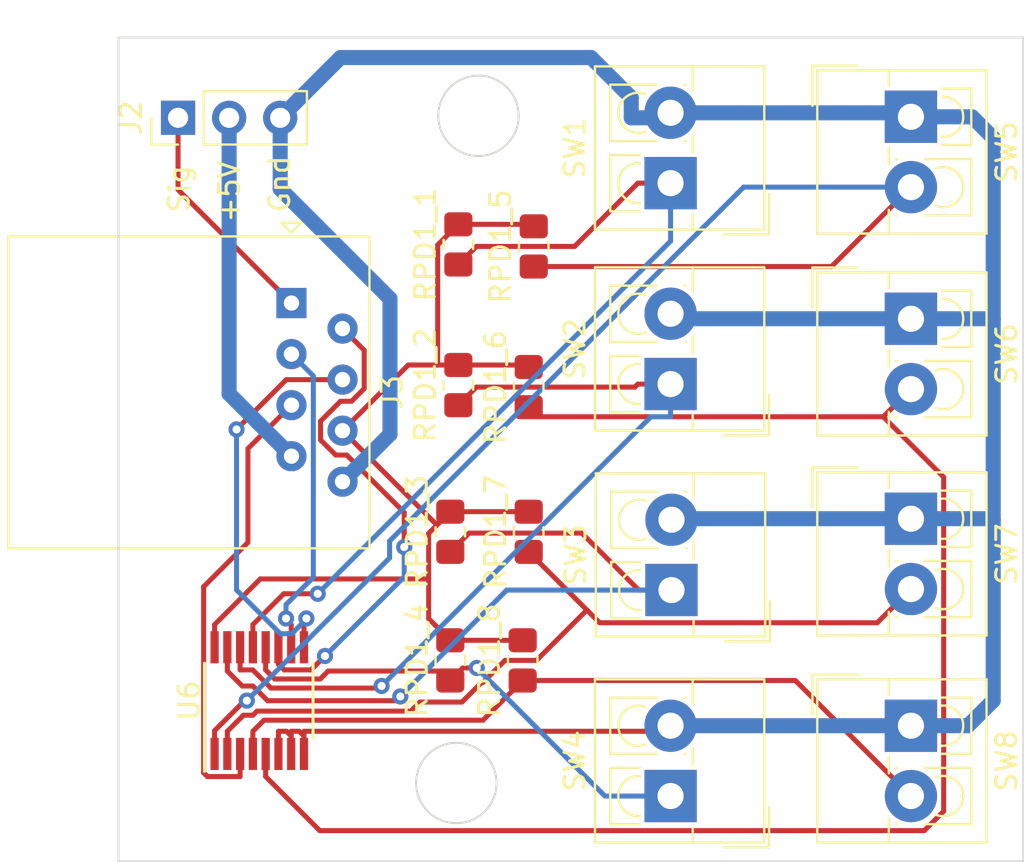
<source format=kicad_pcb>
(kicad_pcb (version 20221018) (generator pcbnew)
  (layers (0 "F.Cu" signal) (31 "B.Cu" signal) (34 "B.Paste" user) (35 "F.Paste" user) (36 "B.SilkS" user "B.Silkscreen") (37 "F.SilkS" user "F.Silkscreen") (38 "B.Mask" user) (39 "F.Mask" user) (44 "Edge.Cuts" user))
  (net 0 "")
  (net 1 "/Led_Data")
  (net 2 "/5")
  (net 3 "/gnd")
  (net 4 "/Mux1")
  (net 5 "/Mux2")
  (net 6 "/Mux3")
  (net 7 "/Mux_return")
  (net 8 "/3.3")
  (net 9 "Net-(U6-A0)")
  (net 10 "Net-(U6-A1)")
  (net 11 "Net-(U6-A2)")
  (net 12 "Net-(U6-A3)")
  (net 13 "Net-(U6-A4)")
  (net 14 "Net-(U6-A5)")
  (net 15 "Net-(U6-A6)")
  (net 16 "Net-(U6-A7)")
  (footprint "Resistor_SMD:R_0805_2012Metric_Pad1.20x1.40mm_HandSolder" (layer "F.Cu") (at 85 89 90)
    (fp_text reference "RPD1_4" (at 0 -1.65 90) (layer "F.SilkS"))
    (fp_text value "10k")
    (fp_line (start -0.227064 -0.735) (end 0.227064 -0.735) (stroke (width 0.12)) (layer "F.SilkS"))
    (fp_line (start -0.227064 0.735) (end 0.227064 0.735) (stroke (width 0.12)) (layer "F.SilkS"))
    (pad "1" smd roundrect (at -1 0 90) (size 1.2 1.4) (layers "F.Cu" "F.Paste" "F.Mask") (roundrect_rratio 0.2083333333) (net 12 "Net-(U6-A3)"))
    (pad "2" smd roundrect (at 1 0 90) (size 1.2 1.4) (layers "F.Cu" "F.Paste" "F.Mask") (roundrect_rratio 0.2083333333) (net 8 "/3.3"))
  )
  (footprint "Resistor_SMD:R_0805_2012Metric_Pad1.20x1.40mm_HandSolder" (layer "F.Cu") (at 88.6 89 90)
    (fp_text reference "RPD1_8" (at 0 -1.65 90) (layer "F.SilkS"))
    (fp_text value "10k")
    (fp_line (start -0.227064 -0.735) (end 0.227064 -0.735) (stroke (width 0.12)) (layer "F.SilkS"))
    (fp_line (start -0.227064 0.735) (end 0.227064 0.735) (stroke (width 0.12)) (layer "F.SilkS"))
    (pad "1" smd roundrect (at -1 0 90) (size 1.2 1.4) (layers "F.Cu" "F.Paste" "F.Mask") (roundrect_rratio 0.2083333333) (net 16 "Net-(U6-A7)"))
    (pad "2" smd roundrect (at 1 0 90) (size 1.2 1.4) (layers "F.Cu" "F.Paste" "F.Mask") (roundrect_rratio 0.2083333333) (net 8 "/3.3"))
  )
  (footprint "Resistor_SMD:R_0805_2012Metric_Pad1.20x1.40mm_HandSolder" (layer "F.Cu") (at 89.15 68.4 90)
    (fp_text reference "RPD1_5" (at 0 -1.65 90) (layer "F.SilkS"))
    (fp_text value "10k")
    (fp_line (start -0.227064 -0.735) (end 0.227064 -0.735) (stroke (width 0.12)) (layer "F.SilkS"))
    (fp_line (start -0.227064 0.735) (end 0.227064 0.735) (stroke (width 0.12)) (layer "F.SilkS"))
    (pad "1" smd roundrect (at -1 0 90) (size 1.2 1.4) (layers "F.Cu" "F.Paste" "F.Mask") (roundrect_rratio 0.2083333333) (net 13 "Net-(U6-A4)"))
    (pad "2" smd roundrect (at 1 0 90) (size 1.2 1.4) (layers "F.Cu" "F.Paste" "F.Mask") (roundrect_rratio 0.2083333333) (net 8 "/3.3"))
  )
  (footprint "Resistor_SMD:R_0805_2012Metric_Pad1.20x1.40mm_HandSolder" (layer "F.Cu") (at 88.9 82.6 90)
    (fp_text reference "RPD1_7" (at 0 -1.65 90) (layer "F.SilkS"))
    (fp_text value "10k")
    (fp_line (start -0.227064 -0.735) (end 0.227064 -0.735) (stroke (width 0.12)) (layer "F.SilkS"))
    (fp_line (start -0.227064 0.735) (end 0.227064 0.735) (stroke (width 0.12)) (layer "F.SilkS"))
    (pad "1" smd roundrect (at -1 0 90) (size 1.2 1.4) (layers "F.Cu" "F.Paste" "F.Mask") (roundrect_rratio 0.2083333333) (net 15 "Net-(U6-A6)"))
    (pad "2" smd roundrect (at 1 0 90) (size 1.2 1.4) (layers "F.Cu" "F.Paste" "F.Mask") (roundrect_rratio 0.2083333333) (net 8 "/3.3"))
  )
  (footprint "TerminalBlock_4Ucon:TerminalBlock_4Ucon_1x02_P3.50mm_Vertical" (layer "F.Cu") (at 107.91 72 -90)
    (fp_text reference "SW6" (at 1.75 -4.76 90) (layer "F.SilkS"))
    (fp_text value "SW_Push")
    (fp_line (start -2.55 2.66) (end -2.55 4.9) (stroke (width 0.12)) (layer "F.SilkS"))
    (fp_line (start -2.55 4.9) (end -0.55 4.9) (stroke (width 0.12)) (layer "F.SilkS"))
    (fp_line (start -2.31 -3.76) (end -2.31 4.66) (stroke (width 0.12)) (layer "F.SilkS"))
    (fp_line (start -2.31 -3.76) (end 5.81 -3.76) (stroke (width 0.12)) (layer "F.SilkS"))
    (fp_line (start -2.31 1.101) (end -1.54 1.101) (stroke (width 0.12)) (layer "F.SilkS"))
    (fp_line (start -2.31 4.66) (end 5.81 4.66) (stroke (width 0.12)) (layer "F.SilkS"))
    (fp_line (start -1.4 -3) (end -1.4 -1.54) (stroke (width 0.12)) (layer "F.SilkS"))
    (fp_line (start -1.4 -3) (end 1.4 -3) (stroke (width 0.12)) (layer "F.SilkS"))
    (fp_line (start 1.4 -3) (end 1.4 -1.54) (stroke (width 0.12)) (layer "F.SilkS"))
    (fp_line (start 1.54 1.101) (end 2.367 1.101) (stroke (width 0.12)) (layer "F.SilkS"))
    (fp_line (start 2.1 -3) (end 2.1 -0.689) (stroke (width 0.12)) (layer "F.SilkS"))
    (fp_line (start 2.1 -3) (end 4.9 -3) (stroke (width 0.12)) (layer "F.SilkS"))
    (fp_line (start 2.1 0.689) (end 2.1 0.75) (stroke (width 0.12)) (layer "F.SilkS"))
    (fp_line (start 2.1 0.75) (end 2.101 0.75) (stroke (width 0.12)) (layer "F.SilkS"))
    (fp_line (start 4.634 1.101) (end 5.81 1.101) (stroke (width 0.12)) (layer "F.SilkS"))
    (fp_line (start 4.9 -3) (end 4.9 -0.689) (stroke (width 0.12)) (layer "F.SilkS"))
    (fp_line (start 4.9 0.689) (end 4.9 0.75) (stroke (width 0.12)) (layer "F.SilkS"))
    (fp_line (start 4.9 0.75) (end 4.9 0.75) (stroke (width 0.12)) (layer "F.SilkS"))
    (fp_line (start 5.81 -3.76) (end 5.81 4.66) (stroke (width 0.12)) (layer "F.SilkS"))
    (fp_arc (start -0.99789 -1.529434) (mid -0.000785 -2.600382) (end 0.998 -1.531) (stroke (width 0.12)) (layer "F.SilkS"))
    (fp_arc (start 2.560085 -1.257767) (mid 3.499876 -2.600282) (end 4.44 -1.258) (stroke (width 0.12)) (layer "F.SilkS"))
    (pad "1" thru_hole rect (at 0 0 270) (size 2.6 2.6) (drill 1.3) (layers "*.Cu" "*.Mask") (net 3 "/gnd"))
    (pad "2" thru_hole circle (at 3.5 0 270) (size 2.6 2.6) (drill 1.3) (layers "*.Cu" "*.Mask") (net 14 "Net-(U6-A5)"))
  )
  (footprint "Connector_PinHeader_2.54mm:PinHeader_1x03_P2.54mm_Vertical" (layer "F.Cu") (at 71.46 62 90)
    (fp_text reference "J2" (at 0 -2.33 90) (layer "F.SilkS"))
    (fp_text value "LED Strip Conn")
    (fp_line (start -1.33 -1.33) (end 0 -1.33) (stroke (width 0.12)) (layer "F.SilkS"))
    (fp_line (start -1.33 0) (end -1.33 -1.33) (stroke (width 0.12)) (layer "F.SilkS"))
    (fp_line (start -1.33 1.27) (end -1.33 6.41) (stroke (width 0.12)) (layer "F.SilkS"))
    (fp_line (start -1.33 1.27) (end 1.33 1.27) (stroke (width 0.12)) (layer "F.SilkS"))
    (fp_line (start -1.33 6.41) (end 1.33 6.41) (stroke (width 0.12)) (layer "F.SilkS"))
    (fp_line (start 1.33 1.27) (end 1.33 6.41) (stroke (width 0.12)) (layer "F.SilkS"))
    (pad "1" thru_hole rect (at 0 0 90) (size 1.7 1.7) (drill 1) (layers "*.Cu" "*.Mask") (net 1 "/Led_Data"))
    (pad "2" thru_hole oval (at 0 2.54 90) (size 1.7 1.7) (drill 1) (layers "*.Cu" "*.Mask") (net 2 "/5"))
    (pad "3" thru_hole oval (at 0 5.08 90) (size 1.7 1.7) (drill 1) (layers "*.Cu" "*.Mask") (net 3 "/gnd"))
  )
  (footprint "TerminalBlock_4Ucon:TerminalBlock_4Ucon_1x02_P3.50mm_Vertical" (layer "F.Cu") (at 95.955 95.75 90)
    (fp_text reference "SW4" (at 1.75 -4.76 90) (layer "F.SilkS"))
    (fp_text value "SW_Push")
    (fp_line (start -2.55 2.66) (end -2.55 4.9) (stroke (width 0.12)) (layer "F.SilkS"))
    (fp_line (start -2.55 4.9) (end -0.55 4.9) (stroke (width 0.12)) (layer "F.SilkS"))
    (fp_line (start -2.31 -3.76) (end -2.31 4.66) (stroke (width 0.12)) (layer "F.SilkS"))
    (fp_line (start -2.31 -3.76) (end 5.81 -3.76) (stroke (width 0.12)) (layer "F.SilkS"))
    (fp_line (start -2.31 1.101) (end -1.54 1.101) (stroke (width 0.12)) (layer "F.SilkS"))
    (fp_line (start -2.31 4.66) (end 5.81 4.66) (stroke (width 0.12)) (layer "F.SilkS"))
    (fp_line (start -1.4 -3) (end -1.4 -1.54) (stroke (width 0.12)) (layer "F.SilkS"))
    (fp_line (start -1.4 -3) (end 1.4 -3) (stroke (width 0.12)) (layer "F.SilkS"))
    (fp_line (start 1.4 -3) (end 1.4 -1.54) (stroke (width 0.12)) (layer "F.SilkS"))
    (fp_line (start 1.54 1.101) (end 2.367 1.101) (stroke (width 0.12)) (layer "F.SilkS"))
    (fp_line (start 2.1 -3) (end 2.1 -0.689) (stroke (width 0.12)) (layer "F.SilkS"))
    (fp_line (start 2.1 -3) (end 4.9 -3) (stroke (width 0.12)) (layer "F.SilkS"))
    (fp_line (start 2.1 0.689) (end 2.1 0.75) (stroke (width 0.12)) (layer "F.SilkS"))
    (fp_line (start 2.1 0.75) (end 2.101 0.75) (stroke (width 0.12)) (layer "F.SilkS"))
    (fp_line (start 4.634 1.101) (end 5.81 1.101) (stroke (width 0.12)) (layer "F.SilkS"))
    (fp_line (start 4.9 -3) (end 4.9 -0.689) (stroke (width 0.12)) (layer "F.SilkS"))
    (fp_line (start 4.9 0.689) (end 4.9 0.75) (stroke (width 0.12)) (layer "F.SilkS"))
    (fp_line (start 4.9 0.75) (end 4.9 0.75) (stroke (width 0.12)) (layer "F.SilkS"))
    (fp_line (start 5.81 -3.76) (end 5.81 4.66) (stroke (width 0.12)) (layer "F.SilkS"))
    (fp_arc (start -0.99789 -1.529434) (mid -0.000785 -2.600382) (end 0.998 -1.531) (stroke (width 0.12)) (layer "F.SilkS"))
    (fp_arc (start 2.560085 -1.257767) (mid 3.499876 -2.600282) (end 4.44 -1.258) (stroke (width 0.12)) (layer "F.SilkS"))
    (pad "1" thru_hole rect (at 0 0 90) (size 2.6 2.6) (drill 1.3) (layers "*.Cu" "*.Mask") (net 12 "Net-(U6-A3)"))
    (pad "2" thru_hole circle (at 3.5 0 90) (size 2.6 2.6) (drill 1.3) (layers "*.Cu" "*.Mask") (net 3 "/gnd"))
  )
  (footprint "TerminalBlock_4Ucon:TerminalBlock_4Ucon_1x02_P3.50mm_Vertical" (layer "F.Cu") (at 95.955 65.25 90)
    (fp_text reference "SW1" (at 1.75 -4.76 90) (layer "F.SilkS"))
    (fp_text value "SW_Push")
    (fp_line (start -2.55 2.66) (end -2.55 4.9) (stroke (width 0.12)) (layer "F.SilkS"))
    (fp_line (start -2.55 4.9) (end -0.55 4.9) (stroke (width 0.12)) (layer "F.SilkS"))
    (fp_line (start -2.31 -3.76) (end -2.31 4.66) (stroke (width 0.12)) (layer "F.SilkS"))
    (fp_line (start -2.31 -3.76) (end 5.81 -3.76) (stroke (width 0.12)) (layer "F.SilkS"))
    (fp_line (start -2.31 1.101) (end -1.54 1.101) (stroke (width 0.12)) (layer "F.SilkS"))
    (fp_line (start -2.31 4.66) (end 5.81 4.66) (stroke (width 0.12)) (layer "F.SilkS"))
    (fp_line (start -1.4 -3) (end -1.4 -1.54) (stroke (width 0.12)) (layer "F.SilkS"))
    (fp_line (start -1.4 -3) (end 1.4 -3) (stroke (width 0.12)) (layer "F.SilkS"))
    (fp_line (start 1.4 -3) (end 1.4 -1.54) (stroke (width 0.12)) (layer "F.SilkS"))
    (fp_line (start 1.54 1.101) (end 2.367 1.101) (stroke (width 0.12)) (layer "F.SilkS"))
    (fp_line (start 2.1 -3) (end 2.1 -0.689) (stroke (width 0.12)) (layer "F.SilkS"))
    (fp_line (start 2.1 -3) (end 4.9 -3) (stroke (width 0.12)) (layer "F.SilkS"))
    (fp_line (start 2.1 0.689) (end 2.1 0.75) (stroke (width 0.12)) (layer "F.SilkS"))
    (fp_line (start 2.1 0.75) (end 2.101 0.75) (stroke (width 0.12)) (layer "F.SilkS"))
    (fp_line (start 4.634 1.101) (end 5.81 1.101) (stroke (width 0.12)) (layer "F.SilkS"))
    (fp_line (start 4.9 -3) (end 4.9 -0.689) (stroke (width 0.12)) (layer "F.SilkS"))
    (fp_line (start 4.9 0.689) (end 4.9 0.75) (stroke (width 0.12)) (layer "F.SilkS"))
    (fp_line (start 4.9 0.75) (end 4.9 0.75) (stroke (width 0.12)) (layer "F.SilkS"))
    (fp_line (start 5.81 -3.76) (end 5.81 4.66) (stroke (width 0.12)) (layer "F.SilkS"))
    (fp_arc (start -0.99789 -1.529434) (mid -0.000785 -2.600382) (end 0.998 -1.531) (stroke (width 0.12)) (layer "F.SilkS"))
    (fp_arc (start 2.560085 -1.257767) (mid 3.499876 -2.600282) (end 4.44 -1.258) (stroke (width 0.12)) (layer "F.SilkS"))
    (pad "1" thru_hole rect (at 0 0 90) (size 2.6 2.6) (drill 1.3) (layers "*.Cu" "*.Mask") (net 9 "Net-(U6-A0)"))
    (pad "2" thru_hole circle (at 3.5 0 90) (size 2.6 2.6) (drill 1.3) (layers "*.Cu" "*.Mask") (net 3 "/gnd"))
  )
  (footprint "TerminalBlock_4Ucon:TerminalBlock_4Ucon_1x02_P3.50mm_Vertical" (layer "F.Cu") (at 96 85.5 90)
    (fp_text reference "SW3" (at 1.75 -4.76 90) (layer "F.SilkS"))
    (fp_text value "SW_Push")
    (fp_line (start -2.55 2.66) (end -2.55 4.9) (stroke (width 0.12)) (layer "F.SilkS"))
    (fp_line (start -2.55 4.9) (end -0.55 4.9) (stroke (width 0.12)) (layer "F.SilkS"))
    (fp_line (start -2.31 -3.76) (end -2.31 4.66) (stroke (width 0.12)) (layer "F.SilkS"))
    (fp_line (start -2.31 -3.76) (end 5.81 -3.76) (stroke (width 0.12)) (layer "F.SilkS"))
    (fp_line (start -2.31 1.101) (end -1.54 1.101) (stroke (width 0.12)) (layer "F.SilkS"))
    (fp_line (start -2.31 4.66) (end 5.81 4.66) (stroke (width 0.12)) (layer "F.SilkS"))
    (fp_line (start -1.4 -3) (end -1.4 -1.54) (stroke (width 0.12)) (layer "F.SilkS"))
    (fp_line (start -1.4 -3) (end 1.4 -3) (stroke (width 0.12)) (layer "F.SilkS"))
    (fp_line (start 1.4 -3) (end 1.4 -1.54) (stroke (width 0.12)) (layer "F.SilkS"))
    (fp_line (start 1.54 1.101) (end 2.367 1.101) (stroke (width 0.12)) (layer "F.SilkS"))
    (fp_line (start 2.1 -3) (end 2.1 -0.689) (stroke (width 0.12)) (layer "F.SilkS"))
    (fp_line (start 2.1 -3) (end 4.9 -3) (stroke (width 0.12)) (layer "F.SilkS"))
    (fp_line (start 2.1 0.689) (end 2.1 0.75) (stroke (width 0.12)) (layer "F.SilkS"))
    (fp_line (start 2.1 0.75) (end 2.101 0.75) (stroke (width 0.12)) (layer "F.SilkS"))
    (fp_line (start 4.634 1.101) (end 5.81 1.101) (stroke (width 0.12)) (layer "F.SilkS"))
    (fp_line (start 4.9 -3) (end 4.9 -0.689) (stroke (width 0.12)) (layer "F.SilkS"))
    (fp_line (start 4.9 0.689) (end 4.9 0.75) (stroke (width 0.12)) (layer "F.SilkS"))
    (fp_line (start 4.9 0.75) (end 4.9 0.75) (stroke (width 0.12)) (layer "F.SilkS"))
    (fp_line (start 5.81 -3.76) (end 5.81 4.66) (stroke (width 0.12)) (layer "F.SilkS"))
    (fp_arc (start -0.99789 -1.529434) (mid -0.000785 -2.600382) (end 0.998 -1.531) (stroke (width 0.12)) (layer "F.SilkS"))
    (fp_arc (start 2.560085 -1.257767) (mid 3.499876 -2.600282) (end 4.44 -1.258) (stroke (width 0.12)) (layer "F.SilkS"))
    (pad "1" thru_hole rect (at 0 0 90) (size 2.6 2.6) (drill 1.3) (layers "*.Cu" "*.Mask") (net 11 "Net-(U6-A2)"))
    (pad "2" thru_hole circle (at 3.5 0 90) (size 2.6 2.6) (drill 1.3) (layers "*.Cu" "*.Mask") (net 3 "/gnd"))
  )
  (footprint "Resistor_SMD:R_0805_2012Metric_Pad1.20x1.40mm_HandSolder" (layer "F.Cu") (at 85 82.6 90)
    (fp_text reference "RPD1_3" (at 0 -1.65 90) (layer "F.SilkS"))
    (fp_text value "10k")
    (fp_line (start -0.227064 -0.735) (end 0.227064 -0.735) (stroke (width 0.12)) (layer "F.SilkS"))
    (fp_line (start -0.227064 0.735) (end 0.227064 0.735) (stroke (width 0.12)) (layer "F.SilkS"))
    (pad "1" smd roundrect (at -1 0 90) (size 1.2 1.4) (layers "F.Cu" "F.Paste" "F.Mask") (roundrect_rratio 0.2083333333) (net 11 "Net-(U6-A2)"))
    (pad "2" smd roundrect (at 1 0 90) (size 1.2 1.4) (layers "F.Cu" "F.Paste" "F.Mask") (roundrect_rratio 0.2083333333) (net 8 "/3.3"))
  )
  (footprint "TerminalBlock_4Ucon:TerminalBlock_4Ucon_1x02_P3.50mm_Vertical" (layer "F.Cu") (at 107.91 92.25 -90)
    (fp_text reference "SW8" (at 1.75 -4.76 90) (layer "F.SilkS"))
    (fp_text value "SW_Push")
    (fp_line (start -2.55 2.66) (end -2.55 4.9) (stroke (width 0.12)) (layer "F.SilkS"))
    (fp_line (start -2.55 4.9) (end -0.55 4.9) (stroke (width 0.12)) (layer "F.SilkS"))
    (fp_line (start -2.31 -3.76) (end -2.31 4.66) (stroke (width 0.12)) (layer "F.SilkS"))
    (fp_line (start -2.31 -3.76) (end 5.81 -3.76) (stroke (width 0.12)) (layer "F.SilkS"))
    (fp_line (start -2.31 1.101) (end -1.54 1.101) (stroke (width 0.12)) (layer "F.SilkS"))
    (fp_line (start -2.31 4.66) (end 5.81 4.66) (stroke (width 0.12)) (layer "F.SilkS"))
    (fp_line (start -1.4 -3) (end -1.4 -1.54) (stroke (width 0.12)) (layer "F.SilkS"))
    (fp_line (start -1.4 -3) (end 1.4 -3) (stroke (width 0.12)) (layer "F.SilkS"))
    (fp_line (start 1.4 -3) (end 1.4 -1.54) (stroke (width 0.12)) (layer "F.SilkS"))
    (fp_line (start 1.54 1.101) (end 2.367 1.101) (stroke (width 0.12)) (layer "F.SilkS"))
    (fp_line (start 2.1 -3) (end 2.1 -0.689) (stroke (width 0.12)) (layer "F.SilkS"))
    (fp_line (start 2.1 -3) (end 4.9 -3) (stroke (width 0.12)) (layer "F.SilkS"))
    (fp_line (start 2.1 0.689) (end 2.1 0.75) (stroke (width 0.12)) (layer "F.SilkS"))
    (fp_line (start 2.1 0.75) (end 2.101 0.75) (stroke (width 0.12)) (layer "F.SilkS"))
    (fp_line (start 4.634 1.101) (end 5.81 1.101) (stroke (width 0.12)) (layer "F.SilkS"))
    (fp_line (start 4.9 -3) (end 4.9 -0.689) (stroke (width 0.12)) (layer "F.SilkS"))
    (fp_line (start 4.9 0.689) (end 4.9 0.75) (stroke (width 0.12)) (layer "F.SilkS"))
    (fp_line (start 4.9 0.75) (end 4.9 0.75) (stroke (width 0.12)) (layer "F.SilkS"))
    (fp_line (start 5.81 -3.76) (end 5.81 4.66) (stroke (width 0.12)) (layer "F.SilkS"))
    (fp_arc (start -0.99789 -1.529434) (mid -0.000785 -2.600382) (end 0.998 -1.531) (stroke (width 0.12)) (layer "F.SilkS"))
    (fp_arc (start 2.560085 -1.257767) (mid 3.499876 -2.600282) (end 4.44 -1.258) (stroke (width 0.12)) (layer "F.SilkS"))
    (pad "1" thru_hole rect (at 0 0 270) (size 2.6 2.6) (drill 1.3) (layers "*.Cu" "*.Mask") (net 3 "/gnd"))
    (pad "2" thru_hole circle (at 3.5 0 270) (size 2.6 2.6) (drill 1.3) (layers "*.Cu" "*.Mask") (net 16 "Net-(U6-A7)"))
  )
  (footprint "Resistor_SMD:R_0805_2012Metric_Pad1.20x1.40mm_HandSolder" (layer "F.Cu") (at 88.9 75.4 90)
    (fp_text reference "RPD1_6" (at 0 -1.65 90) (layer "F.SilkS"))
    (fp_text value "10k")
    (fp_line (start -0.227064 -0.735) (end 0.227064 -0.735) (stroke (width 0.12)) (layer "F.SilkS"))
    (fp_line (start -0.227064 0.735) (end 0.227064 0.735) (stroke (width 0.12)) (layer "F.SilkS"))
    (pad "1" smd roundrect (at -1 0 90) (size 1.2 1.4) (layers "F.Cu" "F.Paste" "F.Mask") (roundrect_rratio 0.2083333333) (net 14 "Net-(U6-A5)"))
    (pad "2" smd roundrect (at 1 0 90) (size 1.2 1.4) (layers "F.Cu" "F.Paste" "F.Mask") (roundrect_rratio 0.2083333333) (net 8 "/3.3"))
  )
  (footprint "Connector_RJ:RJ45_Amphenol_54602-x08_Horizontal" (layer "F.Cu") (at 77.1 71.2175 -90)
    (fp_text reference "J3" (at 4.445 -5 90) (layer "F.SilkS"))
    (fp_text value "Expansion")
    (fp_line (start -4 -0.5) (end -4 0.5) (stroke (width 0.12)) (layer "F.SilkS"))
    (fp_line (start -4 0.5) (end -3.5 0) (stroke (width 0.12)) (layer "F.SilkS"))
    (fp_line (start -3.5 0) (end -4 -0.5) (stroke (width 0.12)) (layer "F.SilkS"))
    (fp_line (start -3.315 -3.88) (end -3.315 14.08) (stroke (width 0.12)) (layer "F.SilkS"))
    (fp_line (start -3.315 14.08) (end 12.205 14.08) (stroke (width 0.12)) (layer "F.SilkS"))
    (fp_line (start 12.205 -3.88) (end -3.315 -3.88) (stroke (width 0.12)) (layer "F.SilkS"))
    (fp_line (start 12.205 -3.88) (end 12.205 14.08) (stroke (width 0.12)) (layer "F.SilkS"))
    (pad "" np_thru_hole circle (at -1.27 6.35 270) (size 3.2 3.2) (drill 3.2) (layers "*.Cu" "*.Mask"))
    (pad "" np_thru_hole circle (at 10.16 6.35 270) (size 3.2 3.2) (drill 3.2) (layers "*.Cu" "*.Mask"))
    (pad "1" thru_hole rect (at 0 0 270) (size 1.5 1.5) (drill 0.76) (layers "*.Cu" "*.Mask") (net 1 "/Led_Data"))
    (pad "2" thru_hole circle (at 1.27 -2.54 270) (size 1.5 1.5) (drill 0.76) (layers "*.Cu" "*.Mask") (net 4 "/Mux1"))
    (pad "3" thru_hole circle (at 2.54 0 270) (size 1.5 1.5) (drill 0.76) (layers "*.Cu" "*.Mask") (net 5 "/Mux2"))
    (pad "4" thru_hole circle (at 3.81 -2.54 270) (size 1.5 1.5) (drill 0.76) (layers "*.Cu" "*.Mask") (net 6 "/Mux3"))
    (pad "5" thru_hole circle (at 5.08 0 270) (size 1.5 1.5) (drill 0.76) (layers "*.Cu" "*.Mask") (net 7 "/Mux_return"))
    (pad "6" thru_hole circle (at 6.35 -2.54 270) (size 1.5 1.5) (drill 0.76) (layers "*.Cu" "*.Mask") (net 8 "/3.3"))
    (pad "7" thru_hole circle (at 7.62 0 270) (size 1.5 1.5) (drill 0.76) (layers "*.Cu" "*.Mask") (net 2 "/5"))
    (pad "8" thru_hole circle (at 8.89 -2.54 270) (size 1.5 1.5) (drill 0.76) (layers "*.Cu" "*.Mask") (net 3 "/gnd"))
  )
  (footprint "TerminalBlock_4Ucon:TerminalBlock_4Ucon_1x02_P3.50mm_Vertical" (layer "F.Cu") (at 95.955 75.25 90)
    (fp_text reference "SW2" (at 1.75 -4.76 90) (layer "F.SilkS"))
    (fp_text value "~")
    (fp_line (start -2.55 2.66) (end -2.55 4.9) (stroke (width 0.12)) (layer "F.SilkS"))
    (fp_line (start -2.55 4.9) (end -0.55 4.9) (stroke (width 0.12)) (layer "F.SilkS"))
    (fp_line (start -2.31 -3.76) (end -2.31 4.66) (stroke (width 0.12)) (layer "F.SilkS"))
    (fp_line (start -2.31 -3.76) (end 5.81 -3.76) (stroke (width 0.12)) (layer "F.SilkS"))
    (fp_line (start -2.31 1.101) (end -1.54 1.101) (stroke (width 0.12)) (layer "F.SilkS"))
    (fp_line (start -2.31 4.66) (end 5.81 4.66) (stroke (width 0.12)) (layer "F.SilkS"))
    (fp_line (start -1.4 -3) (end -1.4 -1.54) (stroke (width 0.12)) (layer "F.SilkS"))
    (fp_line (start -1.4 -3) (end 1.4 -3) (stroke (width 0.12)) (layer "F.SilkS"))
    (fp_line (start 1.4 -3) (end 1.4 -1.54) (stroke (width 0.12)) (layer "F.SilkS"))
    (fp_line (start 1.54 1.101) (end 2.367 1.101) (stroke (width 0.12)) (layer "F.SilkS"))
    (fp_line (start 2.1 -3) (end 2.1 -0.689) (stroke (width 0.12)) (layer "F.SilkS"))
    (fp_line (start 2.1 -3) (end 4.9 -3) (stroke (width 0.12)) (layer "F.SilkS"))
    (fp_line (start 2.1 0.689) (end 2.1 0.75) (stroke (width 0.12)) (layer "F.SilkS"))
    (fp_line (start 2.1 0.75) (end 2.101 0.75) (stroke (width 0.12)) (layer "F.SilkS"))
    (fp_line (start 4.634 1.101) (end 5.81 1.101) (stroke (width 0.12)) (layer "F.SilkS"))
    (fp_line (start 4.9 -3) (end 4.9 -0.689) (stroke (width 0.12)) (layer "F.SilkS"))
    (fp_line (start 4.9 0.689) (end 4.9 0.75) (stroke (width 0.12)) (layer "F.SilkS"))
    (fp_line (start 4.9 0.75) (end 4.9 0.75) (stroke (width 0.12)) (layer "F.SilkS"))
    (fp_line (start 5.81 -3.76) (end 5.81 4.66) (stroke (width 0.12)) (layer "F.SilkS"))
    (fp_arc (start -0.99789 -1.529434) (mid -0.000785 -2.600382) (end 0.998 -1.531) (stroke (width 0.12)) (layer "F.SilkS"))
    (fp_arc (start 2.560085 -1.257767) (mid 3.499876 -2.600282) (end 4.44 -1.258) (stroke (width 0.12)) (layer "F.SilkS"))
    (pad "1" thru_hole rect (at 0 0 90) (size 2.6 2.6) (drill 1.3) (layers "*.Cu" "*.Mask") (net 10 "Net-(U6-A1)"))
    (pad "2" thru_hole circle (at 3.5 0 90) (size 2.6 2.6) (drill 1.3) (layers "*.Cu" "*.Mask") (net 3 "/gnd"))
  )
  (footprint "TerminalBlock_4Ucon:TerminalBlock_4Ucon_1x02_P3.50mm_Vertical" (layer "F.Cu") (at 107.91 61.95 -90)
    (fp_text reference "SW5" (at 1.75 -4.76 90) (layer "F.SilkS"))
    (fp_text value "SW_Push")
    (fp_line (start -2.55 2.66) (end -2.55 4.9) (stroke (width 0.12)) (layer "F.SilkS"))
    (fp_line (start -2.55 4.9) (end -0.55 4.9) (stroke (width 0.12)) (layer "F.SilkS"))
    (fp_line (start -2.31 -3.76) (end -2.31 4.66) (stroke (width 0.12)) (layer "F.SilkS"))
    (fp_line (start -2.31 -3.76) (end 5.81 -3.76) (stroke (width 0.12)) (layer "F.SilkS"))
    (fp_line (start -2.31 1.101) (end -1.54 1.101) (stroke (width 0.12)) (layer "F.SilkS"))
    (fp_line (start -2.31 4.66) (end 5.81 4.66) (stroke (width 0.12)) (layer "F.SilkS"))
    (fp_line (start -1.4 -3) (end -1.4 -1.54) (stroke (width 0.12)) (layer "F.SilkS"))
    (fp_line (start -1.4 -3) (end 1.4 -3) (stroke (width 0.12)) (layer "F.SilkS"))
    (fp_line (start 1.4 -3) (end 1.4 -1.54) (stroke (width 0.12)) (layer "F.SilkS"))
    (fp_line (start 1.54 1.101) (end 2.367 1.101) (stroke (width 0.12)) (layer "F.SilkS"))
    (fp_line (start 2.1 -3) (end 2.1 -0.689) (stroke (width 0.12)) (layer "F.SilkS"))
    (fp_line (start 2.1 -3) (end 4.9 -3) (stroke (width 0.12)) (layer "F.SilkS"))
    (fp_line (start 2.1 0.689) (end 2.1 0.75) (stroke (width 0.12)) (layer "F.SilkS"))
    (fp_line (start 2.1 0.75) (end 2.101 0.75) (stroke (width 0.12)) (layer "F.SilkS"))
    (fp_line (start 4.634 1.101) (end 5.81 1.101) (stroke (width 0.12)) (layer "F.SilkS"))
    (fp_line (start 4.9 -3) (end 4.9 -0.689) (stroke (width 0.12)) (layer "F.SilkS"))
    (fp_line (start 4.9 0.689) (end 4.9 0.75) (stroke (width 0.12)) (layer "F.SilkS"))
    (fp_line (start 4.9 0.75) (end 4.9 0.75) (stroke (width 0.12)) (layer "F.SilkS"))
    (fp_line (start 5.81 -3.76) (end 5.81 4.66) (stroke (width 0.12)) (layer "F.SilkS"))
    (fp_arc (start -0.99789 -1.529434) (mid -0.000785 -2.600382) (end 0.998 -1.531) (stroke (width 0.12)) (layer "F.SilkS"))
    (fp_arc (start 2.560085 -1.257767) (mid 3.499876 -2.600282) (end 4.44 -1.258) (stroke (width 0.12)) (layer "F.SilkS"))
    (pad "1" thru_hole rect (at 0 0 270) (size 2.6 2.6) (drill 1.3) (layers "*.Cu" "*.Mask") (net 3 "/gnd"))
    (pad "2" thru_hole circle (at 3.5 0 270) (size 2.6 2.6) (drill 1.3) (layers "*.Cu" "*.Mask") (net 13 "Net-(U6-A4)"))
  )
  (footprint "TerminalBlock_4Ucon:TerminalBlock_4Ucon_1x02_P3.50mm_Vertical" (layer "F.Cu") (at 107.91 81.95 -90)
    (fp_text reference "SW7" (at 1.75 -4.76 90) (layer "F.SilkS"))
    (fp_text value "SW_Push")
    (fp_line (start -2.55 2.66) (end -2.55 4.9) (stroke (width 0.12)) (layer "F.SilkS"))
    (fp_line (start -2.55 4.9) (end -0.55 4.9) (stroke (width 0.12)) (layer "F.SilkS"))
    (fp_line (start -2.31 -3.76) (end -2.31 4.66) (stroke (width 0.12)) (layer "F.SilkS"))
    (fp_line (start -2.31 -3.76) (end 5.81 -3.76) (stroke (width 0.12)) (layer "F.SilkS"))
    (fp_line (start -2.31 1.101) (end -1.54 1.101) (stroke (width 0.12)) (layer "F.SilkS"))
    (fp_line (start -2.31 4.66) (end 5.81 4.66) (stroke (width 0.12)) (layer "F.SilkS"))
    (fp_line (start -1.4 -3) (end -1.4 -1.54) (stroke (width 0.12)) (layer "F.SilkS"))
    (fp_line (start -1.4 -3) (end 1.4 -3) (stroke (width 0.12)) (layer "F.SilkS"))
    (fp_line (start 1.4 -3) (end 1.4 -1.54) (stroke (width 0.12)) (layer "F.SilkS"))
    (fp_line (start 1.54 1.101) (end 2.367 1.101) (stroke (width 0.12)) (layer "F.SilkS"))
    (fp_line (start 2.1 -3) (end 2.1 -0.689) (stroke (width 0.12)) (layer "F.SilkS"))
    (fp_line (start 2.1 -3) (end 4.9 -3) (stroke (width 0.12)) (layer "F.SilkS"))
    (fp_line (start 2.1 0.689) (end 2.1 0.75) (stroke (width 0.12)) (layer "F.SilkS"))
    (fp_line (start 2.1 0.75) (end 2.101 0.75) (stroke (width 0.12)) (layer "F.SilkS"))
    (fp_line (start 4.634 1.101) (end 5.81 1.101) (stroke (width 0.12)) (layer "F.SilkS"))
    (fp_line (start 4.9 -3) (end 4.9 -0.689) (stroke (width 0.12)) (layer "F.SilkS"))
    (fp_line (start 4.9 0.689) (end 4.9 0.75) (stroke (width 0.12)) (layer "F.SilkS"))
    (fp_line (start 4.9 0.75) (end 4.9 0.75) (stroke (width 0.12)) (layer "F.SilkS"))
    (fp_line (start 5.81 -3.76) (end 5.81 4.66) (stroke (width 0.12)) (layer "F.SilkS"))
    (fp_arc (start -0.99789 -1.529434) (mid -0.000785 -2.600382) (end 0.998 -1.531) (stroke (width 0.12)) (layer "F.SilkS"))
    (fp_arc (start 2.560085 -1.257767) (mid 3.499876 -2.600282) (end 4.44 -1.258) (stroke (width 0.12)) (layer "F.SilkS"))
    (pad "1" thru_hole rect (at 0 0 270) (size 2.6 2.6) (drill 1.3) (layers "*.Cu" "*.Mask") (net 3 "/gnd"))
    (pad "2" thru_hole circle (at 3.5 0 270) (size 2.6 2.6) (drill 1.3) (layers "*.Cu" "*.Mask") (net 15 "Net-(U6-A6)"))
  )
  (footprint "Resistor_SMD:R_0805_2012Metric_Pad1.20x1.40mm_HandSolder" (layer "F.Cu") (at 85.4 68.3 90)
    (fp_text reference "RPD1_1" (at 0 -1.65 90) (layer "F.SilkS"))
    (fp_text value "10k")
    (fp_line (start -0.227064 -0.735) (end 0.227064 -0.735) (stroke (width 0.12)) (layer "F.SilkS"))
    (fp_line (start -0.227064 0.735) (end 0.227064 0.735) (stroke (width 0.12)) (layer "F.SilkS"))
    (pad "1" smd roundrect (at -1 0 90) (size 1.2 1.4) (layers "F.Cu" "F.Paste" "F.Mask") (roundrect_rratio 0.2083333333) (net 9 "Net-(U6-A0)"))
    (pad "2" smd roundrect (at 1 0 90) (size 1.2 1.4) (layers "F.Cu" "F.Paste" "F.Mask") (roundrect_rratio 0.2083333333) (net 8 "/3.3"))
  )
  (footprint "Resistor_SMD:R_0805_2012Metric_Pad1.20x1.40mm_HandSolder" (layer "F.Cu") (at 85.4 75.3 90)
    (fp_text reference "RPD1_2" (at 0 -1.65 90) (layer "F.SilkS"))
    (fp_text value "10k")
    (fp_line (start -0.227064 -0.735) (end 0.227064 -0.735) (stroke (width 0.12)) (layer "F.SilkS"))
    (fp_line (start -0.227064 0.735) (end 0.227064 0.735) (stroke (width 0.12)) (layer "F.SilkS"))
    (pad "1" smd roundrect (at -1 0 90) (size 1.2 1.4) (layers "F.Cu" "F.Paste" "F.Mask") (roundrect_rratio 0.2083333333) (net 10 "Net-(U6-A1)"))
    (pad "2" smd roundrect (at 1 0 90) (size 1.2 1.4) (layers "F.Cu" "F.Paste" "F.Mask") (roundrect_rratio 0.2083333333) (net 8 "/3.3"))
  )
  (footprint "Package_SO:QSOP-16_3.9x4.9mm_P0.635mm" (layer "F.Cu") (at 75.5 91 90)
    (fp_text reference "U6" (at 0 -3.5 90) (layer "F.SilkS"))
    (fp_text value "CD74HC4051M96")
    (fp_line (start -3.525 -2.725) (end 1.8586 -2.725) (stroke (width 0.15)) (layer "F.SilkS"))
    (fp_line (start -1.8543 2.675) (end 1.8543 2.675) (stroke (width 0.15)) (layer "F.SilkS"))
    (pad "1" smd rect (at -2.6543 -2.2225 90) (size 1.6 0.41) (layers "F.Cu" "F.Paste" "F.Mask") (net 13 "Net-(U6-A4)"))
    (pad "2" smd rect (at -2.6543 -1.5875 90) (size 1.6 0.41) (layers "F.Cu" "F.Paste" "F.Mask") (net 15 "Net-(U6-A6)"))
    (pad "3" smd rect (at -2.6543 -0.9525 90) (size 1.6 0.41) (layers "F.Cu" "F.Paste" "F.Mask") (net 7 "/Mux_return"))
    (pad "4" smd rect (at -2.6543 -0.3175 90) (size 1.6 0.41) (layers "F.Cu" "F.Paste" "F.Mask") (net 16 "Net-(U6-A7)"))
    (pad "5" smd rect (at -2.6543 0.3175 90) (size 1.6 0.41) (layers "F.Cu" "F.Paste" "F.Mask") (net 14 "Net-(U6-A5)"))
    (pad "6" smd rect (at -2.6543 0.9525 90) (size 1.6 0.41) (layers "F.Cu" "F.Paste" "F.Mask") (net 3 "/gnd"))
    (pad "7" smd rect (at -2.6543 1.5875 90) (size 1.6 0.41) (layers "F.Cu" "F.Paste" "F.Mask") (net 3 "/gnd"))
    (pad "8" smd rect (at -2.6543 2.2225 90) (size 1.6 0.41) (layers "F.Cu" "F.Paste" "F.Mask") (net 3 "/gnd"))
    (pad "9" smd rect (at 2.6543 2.2225 90) (size 1.6 0.41) (layers "F.Cu" "F.Paste" "F.Mask") (net 6 "/Mux3"))
    (pad "10" smd rect (at 2.6543 1.5875 90) (size 1.6 0.41) (layers "F.Cu" "F.Paste" "F.Mask") (net 5 "/Mux2"))
    (pad "11" smd rect (at 2.6543 0.9525 90) (size 1.6 0.41) (layers "F.Cu" "F.Paste" "F.Mask") (net 4 "/Mux1"))
    (pad "12" smd rect (at 2.6543 0.3175 90) (size 1.6 0.41) (layers "F.Cu" "F.Paste" "F.Mask") (net 12 "Net-(U6-A3)"))
    (pad "13" smd rect (at 2.6543 -0.3175 90) (size 1.6 0.41) (layers "F.Cu" "F.Paste" "F.Mask") (net 9 "Net-(U6-A0)"))
    (pad "14" smd rect (at 2.6543 -0.9525 90) (size 1.6 0.41) (layers "F.Cu" "F.Paste" "F.Mask") (net 10 "Net-(U6-A1)"))
    (pad "15" smd rect (at 2.6543 -1.5875 90) (size 1.6 0.41) (layers "F.Cu" "F.Paste" "F.Mask") (net 11 "Net-(U6-A2)"))
    (pad "16" smd rect (at 2.6543 -2.2225 90) (size 1.6 0.41) (layers "F.Cu" "F.Paste" "F.Mask") (net 8 "/3.3"))
  )
  (gr_circle (center 86.4 61.9) (end 88.4 61.9) (stroke (width 0.1)) (fill none) (layer "Edge.Cuts"))
  (gr_rect (start 68.5 58) (end 113.5 99) (stroke (width 0.1)) (fill none) (layer "Edge.Cuts"))
  (gr_circle (center 85.3 95.1) (end 87.3 95.1) (stroke (width 0.1)) (fill none) (layer "Edge.Cuts"))
  (gr_text "Gnd" (at 77.1 66.8 90) (layer "F.SilkS") (effects (font (size 1 1)) (justify left bottom)))
  (gr_text "+5V\n" (at 74.6 67.3 90) (layer "F.SilkS") (effects (font (size 1 1)) (justify left bottom)))
  (gr_text "Sig\n" (at 72.1 66.8 90) (layer "F.SilkS") (effects (font (size 1 1)) (justify left bottom)))
  (segment (start 71.46 62) (end 71.46 65.5775) (width 0.25) (layer "F.Cu") (net 1))
  (segment (start 71.46 65.5775) (end 77.1 71.2175) (width 0.25) (layer "F.Cu") (net 1))
  (segment (start 74 62) (end 74 75.7375) (width 0.75) (layer "B.Cu") (net 2))
  (segment (start 74 75.7375) (end 77.1 78.8375) (width 0.75) (layer "B.Cu") (net 2))
  (segment (start 77.7225 92.7634) (end 77.4865 92.5274) (width 0.25) (layer "F.Cu") (net 3))
  (segment (start 77.0875 92.7634) (end 76.8515 92.5274) (width 0.25) (layer "F.Cu") (net 3))
  (segment (start 77.7225 92.7634) (end 77.7225 92.5274) (width 0.25) (layer "F.Cu") (net 3))
  (segment (start 77.7225 93.0908) (end 77.7225 92.7634) (width 0.25) (layer "F.Cu") (net 3))
  (segment (start 95.6776 92.5274) (end 95.955 92.25) (width 0.25) (layer "F.Cu") (net 3))
  (segment (start 77.4865 92.5274) (end 77.0875 92.5274) (width 0.25) (layer "F.Cu") (net 3))
  (segment (start 77.0875 93.6543) (end 77.0875 93.0908) (width 0.25) (layer "F.Cu") (net 3))
  (segment (start 76.8515 92.5274) (end 76.4525 92.5274) (width 0.25) (layer "F.Cu") (net 3))
  (segment (start 77.0875 93.0908) (end 77.0875 92.7634) (width 0.25) (layer "F.Cu") (net 3))
  (segment (start 76.4525 93.6543) (end 76.4525 92.5274) (width 0.25) (layer "F.Cu") (net 3))
  (segment (start 77.7225 93.6543) (end 77.7225 93.0908) (width 0.25) (layer "F.Cu") (net 3))
  (segment (start 77.7225 92.5274) (end 95.6776 92.5274) (width 0.25) (layer "F.Cu") (net 3))
  (segment (start 77.0875 92.7634) (end 77.0875 92.5274) (width 0.25) (layer "F.Cu") (net 3))
  (segment (start 112 82) (end 111.95 81.95) (width 0.75) (layer "B.Cu") (net 3))
  (segment (start 110.75 92.25) (end 107.91 92.25) (width 0.75) (layer "B.Cu") (net 3))
  (segment (start 94 62) (end 95.705 62) (width 0.75) (layer "B.Cu") (net 3))
  (segment (start 111.95 81.95) (end 107.91 81.95) (width 0.75) (layer "B.Cu") (net 3))
  (segment (start 107.91 61.95) (end 110.95 61.95) (width 0.75) (layer "B.Cu") (net 3))
  (segment (start 112 72) (end 107.91 72) (width 0.75) (layer "B.Cu") (net 3))
  (segment (start 112 82) (end 112 91) (width 0.75) (layer "B.Cu") (net 3))
  (segment (start 96.205 72) (end 95.955 71.75) (width 0.75) (layer "B.Cu") (net 3))
  (segment (start 92 59) (end 94 61) (width 0.75) (layer "B.Cu") (net 3))
  (segment (start 107.91 72) (end 96.205 72) (width 0.75) (layer "B.Cu") (net 3))
  (segment (start 76.54 62) (end 76.54 65.54) (width 0.75) (layer "B.Cu") (net 3))
  (segment (start 95.955 61.75) (end 107.71 61.75) (width 0.75) (layer "B.Cu") (net 3))
  (segment (start 94 61) (end 94 62) (width 0.75) (layer "B.Cu") (net 3))
  (segment (start 76.54 62) (end 79.54 59) (width 0.75) (layer "B.Cu") (net 3))
  (segment (start 76.54 65.54) (end 82 71) (width 0.75) (layer "B.Cu") (net 3))
  (segment (start 107.91 81.95) (end 96.05 81.95) (width 0.75) (layer "B.Cu") (net 3))
  (segment (start 112 72) (end 112 82) (width 0.75) (layer "B.Cu") (net 3))
  (segment (start 96.05 81.95) (end 96 82) (width 0.75) (layer "B.Cu") (net 3))
  (segment (start 112 63) (end 112 72) (width 0.75) (layer "B.Cu") (net 3))
  (segment (start 79.54 59) (end 92 59) (width 0.75) (layer "B.Cu") (net 3))
  (segment (start 95.705 62) (end 95.955 61.75) (width 0.75) (layer "B.Cu") (net 3))
  (segment (start 82 77.7475) (end 79.64 80.1075) (width 0.75) (layer "B.Cu") (net 3))
  (segment (start 107.71 61.75) (end 107.91 61.95) (width 0.75) (layer "B.Cu") (net 3))
  (segment (start 82 71) (end 82 77.7475) (width 0.75) (layer "B.Cu") (net 3))
  (segment (start 110.95 61.95) (end 112 63) (width 0.75) (layer "B.Cu") (net 3))
  (segment (start 112 91) (end 110.75 92.25) (width 0.75) (layer "B.Cu") (net 3))
  (segment (start 107.91 92.25) (end 95.955 92.25) (width 0.75) (layer "B.Cu") (net 3))
  (segment (start 82.7078 81.6376) (end 79.8514 78.7812) (width 0.25) (layer "F.Cu") (net 4))
  (segment (start 76.7342 89.4726) (end 78.0752 89.4726) (width 0.25) (layer "F.Cu") (net 4))
  (segment (start 78.0752 89.4726) (end 78.7676 88.7802) (width 0.25) (layer "F.Cu") (net 4))
  (segment (start 78.5471 77.0966) (end 79.5393 76.1044) (width 0.25) (layer "F.Cu") (net 4))
  (segment (start 79.8514 78.7812) (end 79.3009 78.7812) (width 0.25) (layer "F.Cu") (net 4))
  (segment (start 82.7078 83.359) (end 82.7078 81.6376) (width 0.25) (layer "F.Cu") (net 4))
  (segment (start 79.5393 76.1044) (end 80.0912 76.1044) (width 0.25) (layer "F.Cu") (net 4))
  (segment (start 80.7172 75.4784) (end 80.7172 73.5647) (width 0.25) (layer "F.Cu") (net 4))
  (segment (start 79.3009 78.7812) (end 78.5471 78.0274) (width 0.25) (layer "F.Cu") (net 4))
  (segment (start 76.4525 89.1909) (end 76.7342 89.4726) (width 0.25) (layer "F.Cu") (net 4))
  (segment (start 78.5471 78.0274) (end 78.5471 77.0966) (width 0.25) (layer "F.Cu") (net 4))
  (segment (start 76.4525 88.3457) (end 76.4525 89.1909) (width 0.25) (layer "F.Cu") (net 4))
  (segment (start 80.7172 73.5647) (end 79.64 72.4875) (width 0.25) (layer "F.Cu") (net 4))
  (segment (start 80.0912 76.1044) (end 80.7172 75.4784) (width 0.25) (layer "F.Cu") (net 4))
  (via (at 82.7078 83.359) (size 0.8) (drill 0.4) (layers "F.Cu" "B.Cu") (net 4))
  (via (at 78.7676 88.7802) (size 0.8) (drill 0.4) (layers "F.Cu" "B.Cu") (net 4))
  (segment (start 82.7078 83.359) (end 82.7078 84.84) (width 0.25) (layer "B.Cu") (net 4))
  (segment (start 82.7078 84.84) (end 78.7676 88.7802) (width 0.25) (layer "B.Cu") (net 4))
  (segment (start 77.0875 87.2188) (end 76.8309 86.9622) (width 0.25) (layer "F.Cu") (net 5))
  (segment (start 76.8309 86.9622) (end 76.8309 86.9129) (width 0.25) (layer "F.Cu") (net 5))
  (segment (start 77.0875 88.3457) (end 77.0875 87.2188) (width 0.25) (layer "F.Cu") (net 5))
  (via (at 76.8309 86.9129) (size 0.8) (drill 0.4) (layers "F.Cu" "B.Cu") (net 5))
  (segment (start 77.1 73.7575) (end 78.1889 74.8464) (width 0.25) (layer "B.Cu") (net 5))
  (segment (start 76.8309 86.2245) (end 76.8309 86.9129) (width 0.25) (layer "B.Cu") (net 5))
  (segment (start 78.1889 74.8464) (end 78.1889 84.8665) (width 0.25) (layer "B.Cu") (net 5))
  (segment (start 78.1889 84.8665) (end 76.8309 86.2245) (width 0.25) (layer "B.Cu") (net 5))
  (segment (start 77.7225 87.0329) (end 77.8431 86.9123) (width 0.25) (layer "F.Cu") (net 6))
  (segment (start 76.846 75.0275) (end 74.3687 77.5048) (width 0.25) (layer "F.Cu") (net 6))
  (segment (start 77.7225 88.3457) (end 77.7225 87.0329) (width 0.25) (layer "F.Cu") (net 6))
  (segment (start 79.64 75.0275) (end 76.846 75.0275) (width 0.25) (layer "F.Cu") (net 6))
  (via (at 77.8431 86.9123) (size 0.8) (drill 0.4) (layers "F.Cu" "B.Cu") (net 6))
  (via (at 74.3687 77.5048) (size 0.8) (drill 0.4) (layers "F.Cu" "B.Cu") (net 6))
  (segment (start 77.8431 86.9123) (end 77.8431 86.949) (width 0.25) (layer "B.Cu") (net 6))
  (segment (start 76.5515 87.6754) (end 74.3687 85.4926) (width 0.25) (layer "B.Cu") (net 6))
  (segment (start 74.3687 85.4926) (end 74.3687 77.5048) (width 0.25) (layer "B.Cu") (net 6))
  (segment (start 77.1167 87.6754) (end 76.5515 87.6754) (width 0.25) (layer "B.Cu") (net 6))
  (segment (start 77.8431 86.949) (end 77.1167 87.6754) (width 0.25) (layer "B.Cu") (net 6))
  (segment (start 72.7318 85.3344) (end 72.7318 94.5914) (width 0.25) (layer "F.Cu") (net 7))
  (segment (start 77.1 76.2975) (end 74.9362 78.4613) (width 0.25) (layer "F.Cu") (net 7))
  (segment (start 74.9362 83.13) (end 72.7318 85.3344) (width 0.25) (layer "F.Cu") (net 7))
  (segment (start 72.7318 94.5914) (end 72.9216 94.7812) (width 0.25) (layer "F.Cu") (net 7))
  (segment (start 74.5475 93.6543) (end 74.5475 94.7812) (width 0.25) (layer "F.Cu") (net 7))
  (segment (start 72.9216 94.7812) (end 74.5475 94.7812) (width 0.25) (layer "F.Cu") (net 7))
  (segment (start 74.9362 78.4613) (end 74.9362 83.13) (width 0.25) (layer "F.Cu") (net 7))
  (segment (start 83.9232 84.9468) (end 83.9232 86.9232) (width 0.25) (layer "F.Cu") (net 8))
  (segment (start 84.3721 68.3279) (end 84.3721 74.3) (width 0.25) (layer "F.Cu") (net 8))
  (segment (start 89.15 67.4) (end 89.05 67.3) (width 0.25) (layer "F.Cu") (net 8))
  (segment (start 83.9232 82.6768) (end 83.9232 84.9468) (width 0.25) (layer "F.Cu") (net 8))
  (segment (start 88.9 74.4) (end 88.8 74.3) (width 0.25) (layer "F.Cu") (net 8))
  (segment (start 85 81.6) (end 84.3363 82.2637) (width 0.25) (layer "F.Cu") (net 8))
  (segment (start 73.2775 88.3457) (end 73.2775 87.2188) (width 0.25) (layer "F.Cu") (net 8))
  (segment (start 84.3363 82.2637) (end 79.64 77.5675) (width 0.25) (layer "F.Cu") (net 8))
  (segment (start 75.5495 84.9468) (end 73.2775 87.2188) (width 0.25) (layer "F.Cu") (net 8))
  (segment (start 88.8 74.3) (end 85.4 74.3) (width 0.25) (layer "F.Cu") (net 8))
  (segment (start 88.9 81.6) (end 85 81.6) (width 0.25) (layer "F.Cu") (net 8))
  (segment (start 84.3721 74.3) (end 85.4 74.3) (width 0.25) (layer "F.Cu") (net 8))
  (segment (start 82.9075 74.3) (end 84.3721 74.3) (width 0.25) (layer "F.Cu") (net 8))
  (segment (start 88.6 88) (end 85 88) (width 0.25) (layer "F.Cu") (net 8))
  (segment (start 89.05 67.3) (end 85.4 67.3) (width 0.25) (layer "F.Cu") (net 8))
  (segment (start 83.9232 84.9468) (end 75.5495 84.9468) (width 0.25) (layer "F.Cu") (net 8))
  (segment (start 84.3363 82.2637) (end 83.9232 82.6768) (width 0.25) (layer "F.Cu") (net 8))
  (segment (start 79.64 77.5675) (end 82.9075 74.3) (width 0.25) (layer "F.Cu") (net 8))
  (segment (start 83.9232 86.9232) (end 85 88) (width 0.25) (layer "F.Cu") (net 8))
  (segment (start 85.4 67.3) (end 84.3721 68.3279) (width 0.25) (layer "F.Cu") (net 8))
  (segment (start 76.7165 85.6848) (end 78.406 85.6848) (width 0.25) (layer "F.Cu") (net 9))
  (segment (start 75.1825 87.2188) (end 76.7165 85.6848) (width 0.25) (layer "F.Cu") (net 9))
  (segment (start 75.1825 88.3457) (end 75.1825 87.2188) (width 0.25) (layer "F.Cu") (net 9))
  (segment (start 85.4 69.3) (end 86.3 68.4) (width 0.25) (layer "F.Cu") (net 9))
  (segment (start 86.3 68.4) (end 91.1781 68.4) (width 0.25) (layer "F.Cu") (net 9))
  (segment (start 95.955 65.25) (end 94.3281 65.25) (width 0.25) (layer "F.Cu") (net 9))
  (segment (start 91.1781 68.4) (end 94.3281 65.25) (width 0.25) (layer "F.Cu") (net 9))
  (via (at 78.406 85.6848) (size 0.8) (drill 0.4) (layers "F.Cu" "B.Cu") (net 9))
  (segment (start 95.955 68.1358) (end 78.406 85.6848) (width 0.25) (layer "B.Cu") (net 9))
  (segment (start 95.955 65.25) (end 95.955 68.1358) (width 0.25) (layer "B.Cu") (net 9))
  (segment (start 81.4793 90.3764) (end 81.5835 90.2722) (width 0.25) (layer "F.Cu") (net 10))
  (segment (start 86.3 75.4) (end 85.4 76.3) (width 0.25) (layer "F.Cu") (net 10))
  (segment (start 74.5475 89.4726) (end 75.1743 89.4726) (width 0.25) (layer "F.Cu") (net 10))
  (segment (start 74.5475 88.3457) (end 74.5475 89.4726) (width 0.25) (layer "F.Cu") (net 10))
  (segment (start 94.1781 75.4) (end 86.3 75.4) (width 0.25) (layer "F.Cu") (net 10))
  (segment (start 75.1743 89.4726) (end 76.0781 90.3764) (width 0.25) (layer "F.Cu") (net 10))
  (segment (start 94.3281 75.25) (end 94.1781 75.4) (width 0.25) (layer "F.Cu") (net 10))
  (segment (start 95.955 75.25) (end 94.3281 75.25) (width 0.25) (layer "F.Cu") (net 10))
  (segment (start 76.0781 90.3764) (end 81.4793 90.3764) (width 0.25) (layer "F.Cu") (net 10))
  (via (at 81.5835 90.2722) (size 0.8) (drill 0.4) (layers "F.Cu" "B.Cu") (net 10))
  (segment (start 95.955 75.25) (end 95.955 76.8769) (width 0.25) (layer "B.Cu") (net 10))
  (segment (start 95.955 76.8769) (end 94.9788 76.8769) (width 0.25) (layer "B.Cu") (net 10))
  (segment (start 94.9788 76.8769) (end 81.5835 90.2722) (width 0.25) (layer "B.Cu") (net 10))
  (segment (start 82.3027 91.0061) (end 75.9141 91.0061) (width 0.25) (layer "F.Cu") (net 11))
  (segment (start 94.3731 85.5) (end 91.5371 82.664) (width 0.25) (layer "F.Cu") (net 11))
  (segment (start 96 85.5) (end 94.3731 85.5) (width 0.25) (layer "F.Cu") (net 11))
  (segment (start 91.5371 82.664) (end 85.936 82.664) (width 0.25) (layer "F.Cu") (net 11))
  (segment (start 85.936 82.664) (end 85 83.6) (width 0.25) (layer "F.Cu") (net 11))
  (segment (start 75.1823 90.2743) (end 74.653 90.2743) (width 0.25) (layer "F.Cu") (net 11))
  (segment (start 73.9125 89.5338) (end 73.9125 88.3457) (width 0.25) (layer "F.Cu") (net 11))
  (segment (start 82.514 90.7948) (end 82.3027 91.0061) (width 0.25) (layer "F.Cu") (net 11))
  (segment (start 75.9141 91.0061) (end 75.1823 90.2743) (width 0.25) (layer "F.Cu") (net 11))
  (segment (start 74.653 90.2743) (end 73.9125 89.5338) (width 0.25) (layer "F.Cu") (net 11))
  (via (at 82.514 90.7948) (size 0.8) (drill 0.4) (layers "F.Cu" "B.Cu") (net 11))
  (segment (start 87.8088 85.5) (end 82.514 90.7948) (width 0.25) (layer "B.Cu") (net 11))
  (segment (start 96 85.5) (end 87.8088 85.5) (width 0.25) (layer "B.Cu") (net 11))
  (segment (start 84.5291 89.5291) (end 85 90) (width 0.25) (layer "F.Cu") (net 12))
  (segment (start 75.8175 89.4726) (end 76.2694 89.9245) (width 0.25) (layer "F.Cu") (net 12))
  (segment (start 86.3158 89.376) (end 85.624 89.376) (width 0.25) (layer "F.Cu") (net 12))
  (segment (start 78.5306 89.9245) (end 78.926 89.5291) (width 0.25) (layer "F.Cu") (net 12))
  (segment (start 78.926 89.5291) (end 84.5291 89.5291) (width 0.25) (layer "F.Cu") (net 12))
  (segment (start 85.624 89.376) (end 85 90) (width 0.25) (layer "F.Cu") (net 12))
  (segment (start 75.8175 88.3457) (end 75.8175 89.4726) (width 0.25) (layer "F.Cu") (net 12))
  (segment (start 76.2694 89.9245) (end 78.5306 89.9245) (width 0.25) (layer "F.Cu") (net 12))
  (via (at 86.3158 89.376) (size 0.8) (drill 0.4) (layers "F.Cu" "B.Cu") (net 12))
  (segment (start 95.955 95.75) (end 92.6898 95.75) (width 0.25) (layer "B.Cu") (net 12))
  (segment (start 92.6898 95.75) (end 86.3158 89.376) (width 0.25) (layer "B.Cu") (net 12))
  (segment (start 74.7711 91.0012) (end 73.2775 92.4948) (width 0.25) (layer "F.Cu") (net 13))
  (segment (start 73.2775 92.4948) (end 73.2775 93.6543) (width 0.25) (layer "F.Cu") (net 13))
  (segment (start 107.91 65.45) (end 103.96 69.4) (width 0.25) (layer "F.Cu") (net 13))
  (segment (start 74.8812 91.0012) (end 74.7711 91.0012) (width 0.25) (layer "F.Cu") (net 13))
  (segment (start 103.96 69.4) (end 89.15 69.4) (width 0.25) (layer "F.Cu") (net 13))
  (via (at 74.8812 91.0012) (size 0.8) (drill 0.4) (layers "F.Cu" "B.Cu") (net 13))
  (segment (start 107.91 65.45) (end 99.5889 65.45) (width 0.25) (layer "B.Cu") (net 13))
  (segment (start 99.5889 65.45) (end 81.9809 83.058) (width 0.25) (layer "B.Cu") (net 13))
  (segment (start 81.9809 83.9015) (end 74.8812 91.0012) (width 0.25) (layer "B.Cu") (net 13))
  (segment (start 81.9809 83.058) (end 81.9809 83.9015) (width 0.25) (layer "B.Cu") (net 13))
  (segment (start 108.5716 97.4705) (end 109.5369 96.5052) (width 0.25) (layer "F.Cu") (net 14))
  (segment (start 78.5068 97.4705) (end 108.5716 97.4705) (width 0.25) (layer "F.Cu") (net 14))
  (segment (start 75.8175 93.6543) (end 75.8175 94.7812) (width 0.25) (layer "F.Cu") (net 14))
  (segment (start 89.3769 76.8769) (end 106.5331 76.8769) (width 0.25) (layer "F.Cu") (net 14))
  (segment (start 75.8175 94.7812) (end 78.5068 97.4705) (width 0.25) (layer "F.Cu") (net 14))
  (segment (start 109.5369 96.5052) (end 109.5369 79.8807) (width 0.25) (layer "F.Cu") (net 14))
  (segment (start 106.5331 76.8769) (end 107.91 75.5) (width 0.25) (layer "F.Cu") (net 14))
  (segment (start 109.5369 79.8807) (end 106.5331 76.8769) (width 0.25) (layer "F.Cu") (net 14))
  (segment (start 88.9 76.4) (end 89.3769 76.8769) (width 0.25) (layer "F.Cu") (net 14))
  (segment (start 89.2845 89) (end 91.7923 86.4922) (width 0.25) (layer "F.Cu") (net 15))
  (segment (start 73.9125 92.5274) (end 74.3683 92.0716) (width 0.25) (layer "F.Cu") (net 15))
  (segment (start 91.7923 86.4922) (end 92.4269 87.1269) (width 0.25) (layer "F.Cu") (net 15))
  (segment (start 73.9125 93.6543) (end 73.9125 92.5274) (width 0.25) (layer "F.Cu") (net 15))
  (segment (start 92.4269 87.1269) (end 106.2331 87.1269) (width 0.25) (layer "F.Cu") (net 15))
  (segment (start 75.3866 91.5238) (end 83.0333 91.5238) (width 0.25) (layer "F.Cu") (net 15))
  (segment (start 86.5497 90.1029) (end 86.6169 90.1029) (width 0.25) (layer "F.Cu") (net 15))
  (segment (start 75.1823 91.7281) (end 75.3866 91.5238) (width 0.25) (layer "F.Cu") (net 15))
  (segment (start 87.7198 89) (end 89.2845 89) (width 0.25) (layer "F.Cu") (net 15))
  (segment (start 88.9 83.6) (end 91.7923 86.4922) (width 0.25) (layer "F.Cu") (net 15))
  (segment (start 86.6169 90.1029) (end 87.7198 89) (width 0.25) (layer "F.Cu") (net 15))
  (segment (start 106.2331 87.1269) (end 107.91 85.45) (width 0.25) (layer "F.Cu") (net 15))
  (segment (start 83.0333 91.5238) (end 83.4852 91.0719) (width 0.25) (layer "F.Cu") (net 15))
  (segment (start 85.5807 91.0719) (end 86.5497 90.1029) (width 0.25) (layer "F.Cu") (net 15))
  (segment (start 83.4852 91.0719) (end 85.5807 91.0719) (width 0.25) (layer "F.Cu") (net 15))
  (segment (start 74.3705 92.0716) (end 74.714 91.7281) (width 0.25) (layer "F.Cu") (net 15))
  (segment (start 74.714 91.7281) (end 75.1823 91.7281) (width 0.25) (layer "F.Cu") (net 15))
  (segment (start 74.3683 92.0716) (end 74.3705 92.0716) (width 0.25) (layer "F.Cu") (net 15))
  (segment (start 75.1825 93.6543) (end 75.1825 92.5274) (width 0.25) (layer "F.Cu") (net 16))
  (segment (start 102.16 90) (end 88.6 90) (width 0.25) (layer "F.Cu") (net 16))
  (segment (start 86.6243 91.9757) (end 88.6 90) (width 0.25) (layer "F.Cu") (net 16))
  (segment (start 75.7342 91.9757) (end 86.6243 91.9757) (width 0.25) (layer "F.Cu") (net 16))
  (segment (start 107.91 95.75) (end 102.16 90) (width 0.25) (layer "F.Cu") (net 16))
  (segment (start 75.1825 92.5274) (end 75.7342 91.9757) (width 0.25) (layer "F.Cu") (net 16))
)
</source>
